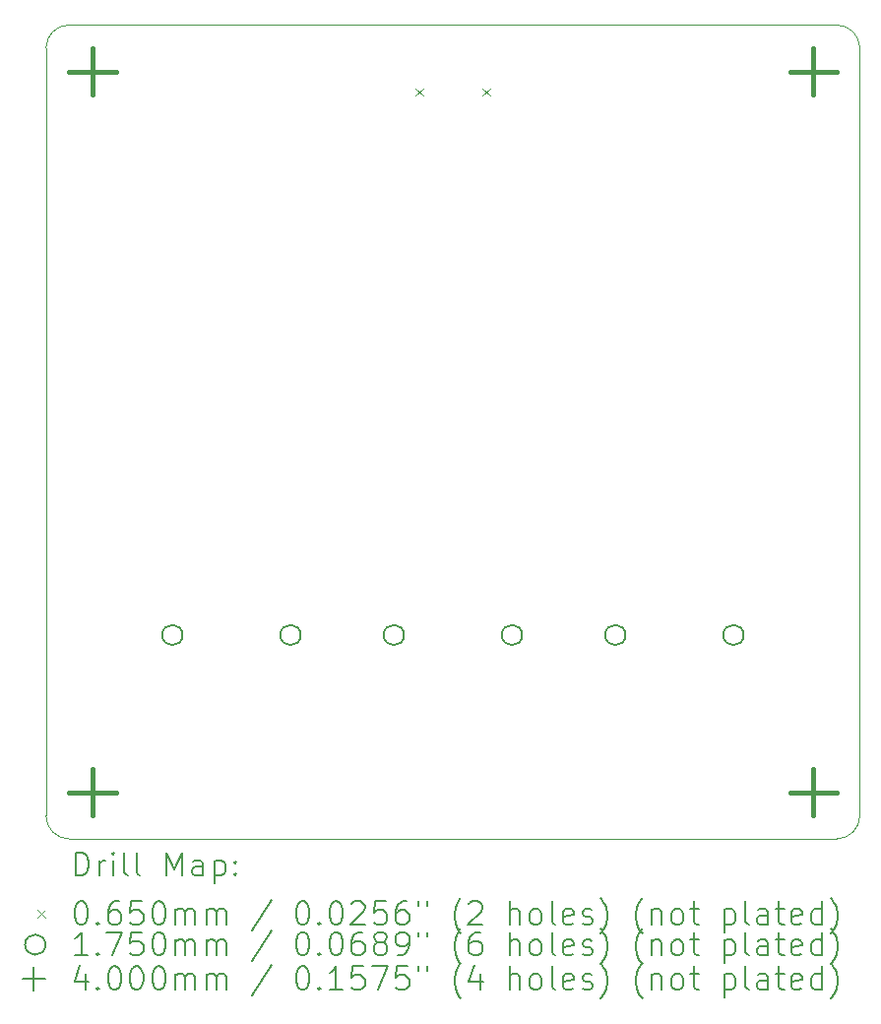
<source format=gbr>
%TF.GenerationSoftware,KiCad,Pcbnew,7.0.9*%
%TF.CreationDate,2023-11-15T15:13:36+00:00*%
%TF.ProjectId,analog,616e616c-6f67-42e6-9b69-6361645f7063,1*%
%TF.SameCoordinates,Original*%
%TF.FileFunction,Drillmap*%
%TF.FilePolarity,Positive*%
%FSLAX45Y45*%
G04 Gerber Fmt 4.5, Leading zero omitted, Abs format (unit mm)*
G04 Created by KiCad (PCBNEW 7.0.9) date 2023-11-15 15:13:36*
%MOMM*%
%LPD*%
G01*
G04 APERTURE LIST*
%ADD10C,0.100000*%
%ADD11C,0.200000*%
%ADD12C,0.175000*%
%ADD13C,0.400000*%
G04 APERTURE END LIST*
D10*
X8380000Y-1580000D02*
X1780000Y-1580000D01*
X8380000Y-8580000D02*
G75*
G03*
X8580000Y-8380000I-10J200010D01*
G01*
X8580000Y-1780000D02*
X8580000Y-8380000D01*
X8380000Y-8580000D02*
X1780000Y-8580000D01*
X1580000Y-8380000D02*
G75*
G03*
X1780000Y-8580000I199996J-4D01*
G01*
X1580000Y-8380000D02*
X1580000Y-1780000D01*
X1780000Y-1580000D02*
G75*
G03*
X1580000Y-1780000I0J-200000D01*
G01*
X8580000Y-1780000D02*
G75*
G03*
X8380000Y-1580000I-200000J0D01*
G01*
D11*
D10*
X4758500Y-2125000D02*
X4823500Y-2190000D01*
X4823500Y-2125000D02*
X4758500Y-2190000D01*
X5336500Y-2125000D02*
X5401500Y-2190000D01*
X5401500Y-2125000D02*
X5336500Y-2190000D01*
D12*
X2754498Y-6826250D02*
G75*
G03*
X2754498Y-6826250I-87500J0D01*
G01*
X3770498Y-6826250D02*
G75*
G03*
X3770498Y-6826250I-87500J0D01*
G01*
X4659500Y-6826250D02*
G75*
G03*
X4659500Y-6826250I-87500J0D01*
G01*
X5675500Y-6826250D02*
G75*
G03*
X5675500Y-6826250I-87500J0D01*
G01*
X6564500Y-6826250D02*
G75*
G03*
X6564500Y-6826250I-87500J0D01*
G01*
X7580500Y-6826250D02*
G75*
G03*
X7580500Y-6826250I-87500J0D01*
G01*
D13*
X1980000Y-1780000D02*
X1980000Y-2180000D01*
X1780000Y-1980000D02*
X2180000Y-1980000D01*
X1980000Y-7980000D02*
X1980000Y-8380000D01*
X1780000Y-8180000D02*
X2180000Y-8180000D01*
X8180000Y-1780000D02*
X8180000Y-2180000D01*
X7980000Y-1980000D02*
X8380000Y-1980000D01*
X8180000Y-7980000D02*
X8180000Y-8380000D01*
X7980000Y-8180000D02*
X8380000Y-8180000D01*
D11*
X1835777Y-8896484D02*
X1835777Y-8696484D01*
X1835777Y-8696484D02*
X1883396Y-8696484D01*
X1883396Y-8696484D02*
X1911967Y-8706008D01*
X1911967Y-8706008D02*
X1931015Y-8725055D01*
X1931015Y-8725055D02*
X1940539Y-8744103D01*
X1940539Y-8744103D02*
X1950062Y-8782198D01*
X1950062Y-8782198D02*
X1950062Y-8810770D01*
X1950062Y-8810770D02*
X1940539Y-8848865D01*
X1940539Y-8848865D02*
X1931015Y-8867912D01*
X1931015Y-8867912D02*
X1911967Y-8886960D01*
X1911967Y-8886960D02*
X1883396Y-8896484D01*
X1883396Y-8896484D02*
X1835777Y-8896484D01*
X2035777Y-8896484D02*
X2035777Y-8763150D01*
X2035777Y-8801246D02*
X2045301Y-8782198D01*
X2045301Y-8782198D02*
X2054824Y-8772674D01*
X2054824Y-8772674D02*
X2073872Y-8763150D01*
X2073872Y-8763150D02*
X2092920Y-8763150D01*
X2159586Y-8896484D02*
X2159586Y-8763150D01*
X2159586Y-8696484D02*
X2150063Y-8706008D01*
X2150063Y-8706008D02*
X2159586Y-8715531D01*
X2159586Y-8715531D02*
X2169110Y-8706008D01*
X2169110Y-8706008D02*
X2159586Y-8696484D01*
X2159586Y-8696484D02*
X2159586Y-8715531D01*
X2283396Y-8896484D02*
X2264348Y-8886960D01*
X2264348Y-8886960D02*
X2254824Y-8867912D01*
X2254824Y-8867912D02*
X2254824Y-8696484D01*
X2388158Y-8896484D02*
X2369110Y-8886960D01*
X2369110Y-8886960D02*
X2359586Y-8867912D01*
X2359586Y-8867912D02*
X2359586Y-8696484D01*
X2616729Y-8896484D02*
X2616729Y-8696484D01*
X2616729Y-8696484D02*
X2683396Y-8839341D01*
X2683396Y-8839341D02*
X2750063Y-8696484D01*
X2750063Y-8696484D02*
X2750063Y-8896484D01*
X2931015Y-8896484D02*
X2931015Y-8791722D01*
X2931015Y-8791722D02*
X2921491Y-8772674D01*
X2921491Y-8772674D02*
X2902443Y-8763150D01*
X2902443Y-8763150D02*
X2864348Y-8763150D01*
X2864348Y-8763150D02*
X2845301Y-8772674D01*
X2931015Y-8886960D02*
X2911967Y-8896484D01*
X2911967Y-8896484D02*
X2864348Y-8896484D01*
X2864348Y-8896484D02*
X2845301Y-8886960D01*
X2845301Y-8886960D02*
X2835777Y-8867912D01*
X2835777Y-8867912D02*
X2835777Y-8848865D01*
X2835777Y-8848865D02*
X2845301Y-8829817D01*
X2845301Y-8829817D02*
X2864348Y-8820293D01*
X2864348Y-8820293D02*
X2911967Y-8820293D01*
X2911967Y-8820293D02*
X2931015Y-8810770D01*
X3026253Y-8763150D02*
X3026253Y-8963150D01*
X3026253Y-8772674D02*
X3045301Y-8763150D01*
X3045301Y-8763150D02*
X3083396Y-8763150D01*
X3083396Y-8763150D02*
X3102443Y-8772674D01*
X3102443Y-8772674D02*
X3111967Y-8782198D01*
X3111967Y-8782198D02*
X3121491Y-8801246D01*
X3121491Y-8801246D02*
X3121491Y-8858389D01*
X3121491Y-8858389D02*
X3111967Y-8877436D01*
X3111967Y-8877436D02*
X3102443Y-8886960D01*
X3102443Y-8886960D02*
X3083396Y-8896484D01*
X3083396Y-8896484D02*
X3045301Y-8896484D01*
X3045301Y-8896484D02*
X3026253Y-8886960D01*
X3207205Y-8877436D02*
X3216729Y-8886960D01*
X3216729Y-8886960D02*
X3207205Y-8896484D01*
X3207205Y-8896484D02*
X3197682Y-8886960D01*
X3197682Y-8886960D02*
X3207205Y-8877436D01*
X3207205Y-8877436D02*
X3207205Y-8896484D01*
X3207205Y-8772674D02*
X3216729Y-8782198D01*
X3216729Y-8782198D02*
X3207205Y-8791722D01*
X3207205Y-8791722D02*
X3197682Y-8782198D01*
X3197682Y-8782198D02*
X3207205Y-8772674D01*
X3207205Y-8772674D02*
X3207205Y-8791722D01*
D10*
X1510000Y-9192500D02*
X1575000Y-9257500D01*
X1575000Y-9192500D02*
X1510000Y-9257500D01*
D11*
X1873872Y-9116484D02*
X1892920Y-9116484D01*
X1892920Y-9116484D02*
X1911967Y-9126008D01*
X1911967Y-9126008D02*
X1921491Y-9135531D01*
X1921491Y-9135531D02*
X1931015Y-9154579D01*
X1931015Y-9154579D02*
X1940539Y-9192674D01*
X1940539Y-9192674D02*
X1940539Y-9240293D01*
X1940539Y-9240293D02*
X1931015Y-9278389D01*
X1931015Y-9278389D02*
X1921491Y-9297436D01*
X1921491Y-9297436D02*
X1911967Y-9306960D01*
X1911967Y-9306960D02*
X1892920Y-9316484D01*
X1892920Y-9316484D02*
X1873872Y-9316484D01*
X1873872Y-9316484D02*
X1854824Y-9306960D01*
X1854824Y-9306960D02*
X1845301Y-9297436D01*
X1845301Y-9297436D02*
X1835777Y-9278389D01*
X1835777Y-9278389D02*
X1826253Y-9240293D01*
X1826253Y-9240293D02*
X1826253Y-9192674D01*
X1826253Y-9192674D02*
X1835777Y-9154579D01*
X1835777Y-9154579D02*
X1845301Y-9135531D01*
X1845301Y-9135531D02*
X1854824Y-9126008D01*
X1854824Y-9126008D02*
X1873872Y-9116484D01*
X2026253Y-9297436D02*
X2035777Y-9306960D01*
X2035777Y-9306960D02*
X2026253Y-9316484D01*
X2026253Y-9316484D02*
X2016729Y-9306960D01*
X2016729Y-9306960D02*
X2026253Y-9297436D01*
X2026253Y-9297436D02*
X2026253Y-9316484D01*
X2207205Y-9116484D02*
X2169110Y-9116484D01*
X2169110Y-9116484D02*
X2150063Y-9126008D01*
X2150063Y-9126008D02*
X2140539Y-9135531D01*
X2140539Y-9135531D02*
X2121491Y-9164103D01*
X2121491Y-9164103D02*
X2111967Y-9202198D01*
X2111967Y-9202198D02*
X2111967Y-9278389D01*
X2111967Y-9278389D02*
X2121491Y-9297436D01*
X2121491Y-9297436D02*
X2131015Y-9306960D01*
X2131015Y-9306960D02*
X2150063Y-9316484D01*
X2150063Y-9316484D02*
X2188158Y-9316484D01*
X2188158Y-9316484D02*
X2207205Y-9306960D01*
X2207205Y-9306960D02*
X2216729Y-9297436D01*
X2216729Y-9297436D02*
X2226253Y-9278389D01*
X2226253Y-9278389D02*
X2226253Y-9230770D01*
X2226253Y-9230770D02*
X2216729Y-9211722D01*
X2216729Y-9211722D02*
X2207205Y-9202198D01*
X2207205Y-9202198D02*
X2188158Y-9192674D01*
X2188158Y-9192674D02*
X2150063Y-9192674D01*
X2150063Y-9192674D02*
X2131015Y-9202198D01*
X2131015Y-9202198D02*
X2121491Y-9211722D01*
X2121491Y-9211722D02*
X2111967Y-9230770D01*
X2407205Y-9116484D02*
X2311967Y-9116484D01*
X2311967Y-9116484D02*
X2302444Y-9211722D01*
X2302444Y-9211722D02*
X2311967Y-9202198D01*
X2311967Y-9202198D02*
X2331015Y-9192674D01*
X2331015Y-9192674D02*
X2378634Y-9192674D01*
X2378634Y-9192674D02*
X2397682Y-9202198D01*
X2397682Y-9202198D02*
X2407205Y-9211722D01*
X2407205Y-9211722D02*
X2416729Y-9230770D01*
X2416729Y-9230770D02*
X2416729Y-9278389D01*
X2416729Y-9278389D02*
X2407205Y-9297436D01*
X2407205Y-9297436D02*
X2397682Y-9306960D01*
X2397682Y-9306960D02*
X2378634Y-9316484D01*
X2378634Y-9316484D02*
X2331015Y-9316484D01*
X2331015Y-9316484D02*
X2311967Y-9306960D01*
X2311967Y-9306960D02*
X2302444Y-9297436D01*
X2540539Y-9116484D02*
X2559586Y-9116484D01*
X2559586Y-9116484D02*
X2578634Y-9126008D01*
X2578634Y-9126008D02*
X2588158Y-9135531D01*
X2588158Y-9135531D02*
X2597682Y-9154579D01*
X2597682Y-9154579D02*
X2607205Y-9192674D01*
X2607205Y-9192674D02*
X2607205Y-9240293D01*
X2607205Y-9240293D02*
X2597682Y-9278389D01*
X2597682Y-9278389D02*
X2588158Y-9297436D01*
X2588158Y-9297436D02*
X2578634Y-9306960D01*
X2578634Y-9306960D02*
X2559586Y-9316484D01*
X2559586Y-9316484D02*
X2540539Y-9316484D01*
X2540539Y-9316484D02*
X2521491Y-9306960D01*
X2521491Y-9306960D02*
X2511967Y-9297436D01*
X2511967Y-9297436D02*
X2502444Y-9278389D01*
X2502444Y-9278389D02*
X2492920Y-9240293D01*
X2492920Y-9240293D02*
X2492920Y-9192674D01*
X2492920Y-9192674D02*
X2502444Y-9154579D01*
X2502444Y-9154579D02*
X2511967Y-9135531D01*
X2511967Y-9135531D02*
X2521491Y-9126008D01*
X2521491Y-9126008D02*
X2540539Y-9116484D01*
X2692920Y-9316484D02*
X2692920Y-9183150D01*
X2692920Y-9202198D02*
X2702444Y-9192674D01*
X2702444Y-9192674D02*
X2721491Y-9183150D01*
X2721491Y-9183150D02*
X2750063Y-9183150D01*
X2750063Y-9183150D02*
X2769110Y-9192674D01*
X2769110Y-9192674D02*
X2778634Y-9211722D01*
X2778634Y-9211722D02*
X2778634Y-9316484D01*
X2778634Y-9211722D02*
X2788158Y-9192674D01*
X2788158Y-9192674D02*
X2807205Y-9183150D01*
X2807205Y-9183150D02*
X2835777Y-9183150D01*
X2835777Y-9183150D02*
X2854824Y-9192674D01*
X2854824Y-9192674D02*
X2864348Y-9211722D01*
X2864348Y-9211722D02*
X2864348Y-9316484D01*
X2959586Y-9316484D02*
X2959586Y-9183150D01*
X2959586Y-9202198D02*
X2969110Y-9192674D01*
X2969110Y-9192674D02*
X2988158Y-9183150D01*
X2988158Y-9183150D02*
X3016729Y-9183150D01*
X3016729Y-9183150D02*
X3035777Y-9192674D01*
X3035777Y-9192674D02*
X3045301Y-9211722D01*
X3045301Y-9211722D02*
X3045301Y-9316484D01*
X3045301Y-9211722D02*
X3054824Y-9192674D01*
X3054824Y-9192674D02*
X3073872Y-9183150D01*
X3073872Y-9183150D02*
X3102443Y-9183150D01*
X3102443Y-9183150D02*
X3121491Y-9192674D01*
X3121491Y-9192674D02*
X3131015Y-9211722D01*
X3131015Y-9211722D02*
X3131015Y-9316484D01*
X3521491Y-9106960D02*
X3350063Y-9364103D01*
X3778634Y-9116484D02*
X3797682Y-9116484D01*
X3797682Y-9116484D02*
X3816729Y-9126008D01*
X3816729Y-9126008D02*
X3826253Y-9135531D01*
X3826253Y-9135531D02*
X3835777Y-9154579D01*
X3835777Y-9154579D02*
X3845301Y-9192674D01*
X3845301Y-9192674D02*
X3845301Y-9240293D01*
X3845301Y-9240293D02*
X3835777Y-9278389D01*
X3835777Y-9278389D02*
X3826253Y-9297436D01*
X3826253Y-9297436D02*
X3816729Y-9306960D01*
X3816729Y-9306960D02*
X3797682Y-9316484D01*
X3797682Y-9316484D02*
X3778634Y-9316484D01*
X3778634Y-9316484D02*
X3759586Y-9306960D01*
X3759586Y-9306960D02*
X3750063Y-9297436D01*
X3750063Y-9297436D02*
X3740539Y-9278389D01*
X3740539Y-9278389D02*
X3731015Y-9240293D01*
X3731015Y-9240293D02*
X3731015Y-9192674D01*
X3731015Y-9192674D02*
X3740539Y-9154579D01*
X3740539Y-9154579D02*
X3750063Y-9135531D01*
X3750063Y-9135531D02*
X3759586Y-9126008D01*
X3759586Y-9126008D02*
X3778634Y-9116484D01*
X3931015Y-9297436D02*
X3940539Y-9306960D01*
X3940539Y-9306960D02*
X3931015Y-9316484D01*
X3931015Y-9316484D02*
X3921491Y-9306960D01*
X3921491Y-9306960D02*
X3931015Y-9297436D01*
X3931015Y-9297436D02*
X3931015Y-9316484D01*
X4064348Y-9116484D02*
X4083396Y-9116484D01*
X4083396Y-9116484D02*
X4102444Y-9126008D01*
X4102444Y-9126008D02*
X4111967Y-9135531D01*
X4111967Y-9135531D02*
X4121491Y-9154579D01*
X4121491Y-9154579D02*
X4131015Y-9192674D01*
X4131015Y-9192674D02*
X4131015Y-9240293D01*
X4131015Y-9240293D02*
X4121491Y-9278389D01*
X4121491Y-9278389D02*
X4111967Y-9297436D01*
X4111967Y-9297436D02*
X4102444Y-9306960D01*
X4102444Y-9306960D02*
X4083396Y-9316484D01*
X4083396Y-9316484D02*
X4064348Y-9316484D01*
X4064348Y-9316484D02*
X4045301Y-9306960D01*
X4045301Y-9306960D02*
X4035777Y-9297436D01*
X4035777Y-9297436D02*
X4026253Y-9278389D01*
X4026253Y-9278389D02*
X4016729Y-9240293D01*
X4016729Y-9240293D02*
X4016729Y-9192674D01*
X4016729Y-9192674D02*
X4026253Y-9154579D01*
X4026253Y-9154579D02*
X4035777Y-9135531D01*
X4035777Y-9135531D02*
X4045301Y-9126008D01*
X4045301Y-9126008D02*
X4064348Y-9116484D01*
X4207206Y-9135531D02*
X4216729Y-9126008D01*
X4216729Y-9126008D02*
X4235777Y-9116484D01*
X4235777Y-9116484D02*
X4283396Y-9116484D01*
X4283396Y-9116484D02*
X4302444Y-9126008D01*
X4302444Y-9126008D02*
X4311968Y-9135531D01*
X4311968Y-9135531D02*
X4321491Y-9154579D01*
X4321491Y-9154579D02*
X4321491Y-9173627D01*
X4321491Y-9173627D02*
X4311968Y-9202198D01*
X4311968Y-9202198D02*
X4197682Y-9316484D01*
X4197682Y-9316484D02*
X4321491Y-9316484D01*
X4502444Y-9116484D02*
X4407206Y-9116484D01*
X4407206Y-9116484D02*
X4397682Y-9211722D01*
X4397682Y-9211722D02*
X4407206Y-9202198D01*
X4407206Y-9202198D02*
X4426253Y-9192674D01*
X4426253Y-9192674D02*
X4473872Y-9192674D01*
X4473872Y-9192674D02*
X4492920Y-9202198D01*
X4492920Y-9202198D02*
X4502444Y-9211722D01*
X4502444Y-9211722D02*
X4511968Y-9230770D01*
X4511968Y-9230770D02*
X4511968Y-9278389D01*
X4511968Y-9278389D02*
X4502444Y-9297436D01*
X4502444Y-9297436D02*
X4492920Y-9306960D01*
X4492920Y-9306960D02*
X4473872Y-9316484D01*
X4473872Y-9316484D02*
X4426253Y-9316484D01*
X4426253Y-9316484D02*
X4407206Y-9306960D01*
X4407206Y-9306960D02*
X4397682Y-9297436D01*
X4683396Y-9116484D02*
X4645301Y-9116484D01*
X4645301Y-9116484D02*
X4626253Y-9126008D01*
X4626253Y-9126008D02*
X4616729Y-9135531D01*
X4616729Y-9135531D02*
X4597682Y-9164103D01*
X4597682Y-9164103D02*
X4588158Y-9202198D01*
X4588158Y-9202198D02*
X4588158Y-9278389D01*
X4588158Y-9278389D02*
X4597682Y-9297436D01*
X4597682Y-9297436D02*
X4607206Y-9306960D01*
X4607206Y-9306960D02*
X4626253Y-9316484D01*
X4626253Y-9316484D02*
X4664349Y-9316484D01*
X4664349Y-9316484D02*
X4683396Y-9306960D01*
X4683396Y-9306960D02*
X4692920Y-9297436D01*
X4692920Y-9297436D02*
X4702444Y-9278389D01*
X4702444Y-9278389D02*
X4702444Y-9230770D01*
X4702444Y-9230770D02*
X4692920Y-9211722D01*
X4692920Y-9211722D02*
X4683396Y-9202198D01*
X4683396Y-9202198D02*
X4664349Y-9192674D01*
X4664349Y-9192674D02*
X4626253Y-9192674D01*
X4626253Y-9192674D02*
X4607206Y-9202198D01*
X4607206Y-9202198D02*
X4597682Y-9211722D01*
X4597682Y-9211722D02*
X4588158Y-9230770D01*
X4778634Y-9116484D02*
X4778634Y-9154579D01*
X4854825Y-9116484D02*
X4854825Y-9154579D01*
X5150063Y-9392674D02*
X5140539Y-9383150D01*
X5140539Y-9383150D02*
X5121491Y-9354579D01*
X5121491Y-9354579D02*
X5111968Y-9335531D01*
X5111968Y-9335531D02*
X5102444Y-9306960D01*
X5102444Y-9306960D02*
X5092920Y-9259341D01*
X5092920Y-9259341D02*
X5092920Y-9221246D01*
X5092920Y-9221246D02*
X5102444Y-9173627D01*
X5102444Y-9173627D02*
X5111968Y-9145055D01*
X5111968Y-9145055D02*
X5121491Y-9126008D01*
X5121491Y-9126008D02*
X5140539Y-9097436D01*
X5140539Y-9097436D02*
X5150063Y-9087912D01*
X5216730Y-9135531D02*
X5226253Y-9126008D01*
X5226253Y-9126008D02*
X5245301Y-9116484D01*
X5245301Y-9116484D02*
X5292920Y-9116484D01*
X5292920Y-9116484D02*
X5311968Y-9126008D01*
X5311968Y-9126008D02*
X5321491Y-9135531D01*
X5321491Y-9135531D02*
X5331015Y-9154579D01*
X5331015Y-9154579D02*
X5331015Y-9173627D01*
X5331015Y-9173627D02*
X5321491Y-9202198D01*
X5321491Y-9202198D02*
X5207206Y-9316484D01*
X5207206Y-9316484D02*
X5331015Y-9316484D01*
X5569111Y-9316484D02*
X5569111Y-9116484D01*
X5654825Y-9316484D02*
X5654825Y-9211722D01*
X5654825Y-9211722D02*
X5645301Y-9192674D01*
X5645301Y-9192674D02*
X5626253Y-9183150D01*
X5626253Y-9183150D02*
X5597682Y-9183150D01*
X5597682Y-9183150D02*
X5578634Y-9192674D01*
X5578634Y-9192674D02*
X5569111Y-9202198D01*
X5778634Y-9316484D02*
X5759587Y-9306960D01*
X5759587Y-9306960D02*
X5750063Y-9297436D01*
X5750063Y-9297436D02*
X5740539Y-9278389D01*
X5740539Y-9278389D02*
X5740539Y-9221246D01*
X5740539Y-9221246D02*
X5750063Y-9202198D01*
X5750063Y-9202198D02*
X5759587Y-9192674D01*
X5759587Y-9192674D02*
X5778634Y-9183150D01*
X5778634Y-9183150D02*
X5807206Y-9183150D01*
X5807206Y-9183150D02*
X5826253Y-9192674D01*
X5826253Y-9192674D02*
X5835777Y-9202198D01*
X5835777Y-9202198D02*
X5845301Y-9221246D01*
X5845301Y-9221246D02*
X5845301Y-9278389D01*
X5845301Y-9278389D02*
X5835777Y-9297436D01*
X5835777Y-9297436D02*
X5826253Y-9306960D01*
X5826253Y-9306960D02*
X5807206Y-9316484D01*
X5807206Y-9316484D02*
X5778634Y-9316484D01*
X5959587Y-9316484D02*
X5940539Y-9306960D01*
X5940539Y-9306960D02*
X5931015Y-9287912D01*
X5931015Y-9287912D02*
X5931015Y-9116484D01*
X6111968Y-9306960D02*
X6092920Y-9316484D01*
X6092920Y-9316484D02*
X6054825Y-9316484D01*
X6054825Y-9316484D02*
X6035777Y-9306960D01*
X6035777Y-9306960D02*
X6026253Y-9287912D01*
X6026253Y-9287912D02*
X6026253Y-9211722D01*
X6026253Y-9211722D02*
X6035777Y-9192674D01*
X6035777Y-9192674D02*
X6054825Y-9183150D01*
X6054825Y-9183150D02*
X6092920Y-9183150D01*
X6092920Y-9183150D02*
X6111968Y-9192674D01*
X6111968Y-9192674D02*
X6121491Y-9211722D01*
X6121491Y-9211722D02*
X6121491Y-9230770D01*
X6121491Y-9230770D02*
X6026253Y-9249817D01*
X6197682Y-9306960D02*
X6216730Y-9316484D01*
X6216730Y-9316484D02*
X6254825Y-9316484D01*
X6254825Y-9316484D02*
X6273872Y-9306960D01*
X6273872Y-9306960D02*
X6283396Y-9287912D01*
X6283396Y-9287912D02*
X6283396Y-9278389D01*
X6283396Y-9278389D02*
X6273872Y-9259341D01*
X6273872Y-9259341D02*
X6254825Y-9249817D01*
X6254825Y-9249817D02*
X6226253Y-9249817D01*
X6226253Y-9249817D02*
X6207206Y-9240293D01*
X6207206Y-9240293D02*
X6197682Y-9221246D01*
X6197682Y-9221246D02*
X6197682Y-9211722D01*
X6197682Y-9211722D02*
X6207206Y-9192674D01*
X6207206Y-9192674D02*
X6226253Y-9183150D01*
X6226253Y-9183150D02*
X6254825Y-9183150D01*
X6254825Y-9183150D02*
X6273872Y-9192674D01*
X6350063Y-9392674D02*
X6359587Y-9383150D01*
X6359587Y-9383150D02*
X6378634Y-9354579D01*
X6378634Y-9354579D02*
X6388158Y-9335531D01*
X6388158Y-9335531D02*
X6397682Y-9306960D01*
X6397682Y-9306960D02*
X6407206Y-9259341D01*
X6407206Y-9259341D02*
X6407206Y-9221246D01*
X6407206Y-9221246D02*
X6397682Y-9173627D01*
X6397682Y-9173627D02*
X6388158Y-9145055D01*
X6388158Y-9145055D02*
X6378634Y-9126008D01*
X6378634Y-9126008D02*
X6359587Y-9097436D01*
X6359587Y-9097436D02*
X6350063Y-9087912D01*
X6711968Y-9392674D02*
X6702444Y-9383150D01*
X6702444Y-9383150D02*
X6683396Y-9354579D01*
X6683396Y-9354579D02*
X6673872Y-9335531D01*
X6673872Y-9335531D02*
X6664349Y-9306960D01*
X6664349Y-9306960D02*
X6654825Y-9259341D01*
X6654825Y-9259341D02*
X6654825Y-9221246D01*
X6654825Y-9221246D02*
X6664349Y-9173627D01*
X6664349Y-9173627D02*
X6673872Y-9145055D01*
X6673872Y-9145055D02*
X6683396Y-9126008D01*
X6683396Y-9126008D02*
X6702444Y-9097436D01*
X6702444Y-9097436D02*
X6711968Y-9087912D01*
X6788158Y-9183150D02*
X6788158Y-9316484D01*
X6788158Y-9202198D02*
X6797682Y-9192674D01*
X6797682Y-9192674D02*
X6816730Y-9183150D01*
X6816730Y-9183150D02*
X6845301Y-9183150D01*
X6845301Y-9183150D02*
X6864349Y-9192674D01*
X6864349Y-9192674D02*
X6873872Y-9211722D01*
X6873872Y-9211722D02*
X6873872Y-9316484D01*
X6997682Y-9316484D02*
X6978634Y-9306960D01*
X6978634Y-9306960D02*
X6969111Y-9297436D01*
X6969111Y-9297436D02*
X6959587Y-9278389D01*
X6959587Y-9278389D02*
X6959587Y-9221246D01*
X6959587Y-9221246D02*
X6969111Y-9202198D01*
X6969111Y-9202198D02*
X6978634Y-9192674D01*
X6978634Y-9192674D02*
X6997682Y-9183150D01*
X6997682Y-9183150D02*
X7026253Y-9183150D01*
X7026253Y-9183150D02*
X7045301Y-9192674D01*
X7045301Y-9192674D02*
X7054825Y-9202198D01*
X7054825Y-9202198D02*
X7064349Y-9221246D01*
X7064349Y-9221246D02*
X7064349Y-9278389D01*
X7064349Y-9278389D02*
X7054825Y-9297436D01*
X7054825Y-9297436D02*
X7045301Y-9306960D01*
X7045301Y-9306960D02*
X7026253Y-9316484D01*
X7026253Y-9316484D02*
X6997682Y-9316484D01*
X7121492Y-9183150D02*
X7197682Y-9183150D01*
X7150063Y-9116484D02*
X7150063Y-9287912D01*
X7150063Y-9287912D02*
X7159587Y-9306960D01*
X7159587Y-9306960D02*
X7178634Y-9316484D01*
X7178634Y-9316484D02*
X7197682Y-9316484D01*
X7416730Y-9183150D02*
X7416730Y-9383150D01*
X7416730Y-9192674D02*
X7435777Y-9183150D01*
X7435777Y-9183150D02*
X7473873Y-9183150D01*
X7473873Y-9183150D02*
X7492920Y-9192674D01*
X7492920Y-9192674D02*
X7502444Y-9202198D01*
X7502444Y-9202198D02*
X7511968Y-9221246D01*
X7511968Y-9221246D02*
X7511968Y-9278389D01*
X7511968Y-9278389D02*
X7502444Y-9297436D01*
X7502444Y-9297436D02*
X7492920Y-9306960D01*
X7492920Y-9306960D02*
X7473873Y-9316484D01*
X7473873Y-9316484D02*
X7435777Y-9316484D01*
X7435777Y-9316484D02*
X7416730Y-9306960D01*
X7626253Y-9316484D02*
X7607206Y-9306960D01*
X7607206Y-9306960D02*
X7597682Y-9287912D01*
X7597682Y-9287912D02*
X7597682Y-9116484D01*
X7788158Y-9316484D02*
X7788158Y-9211722D01*
X7788158Y-9211722D02*
X7778634Y-9192674D01*
X7778634Y-9192674D02*
X7759587Y-9183150D01*
X7759587Y-9183150D02*
X7721492Y-9183150D01*
X7721492Y-9183150D02*
X7702444Y-9192674D01*
X7788158Y-9306960D02*
X7769111Y-9316484D01*
X7769111Y-9316484D02*
X7721492Y-9316484D01*
X7721492Y-9316484D02*
X7702444Y-9306960D01*
X7702444Y-9306960D02*
X7692920Y-9287912D01*
X7692920Y-9287912D02*
X7692920Y-9268865D01*
X7692920Y-9268865D02*
X7702444Y-9249817D01*
X7702444Y-9249817D02*
X7721492Y-9240293D01*
X7721492Y-9240293D02*
X7769111Y-9240293D01*
X7769111Y-9240293D02*
X7788158Y-9230770D01*
X7854825Y-9183150D02*
X7931015Y-9183150D01*
X7883396Y-9116484D02*
X7883396Y-9287912D01*
X7883396Y-9287912D02*
X7892920Y-9306960D01*
X7892920Y-9306960D02*
X7911968Y-9316484D01*
X7911968Y-9316484D02*
X7931015Y-9316484D01*
X8073873Y-9306960D02*
X8054825Y-9316484D01*
X8054825Y-9316484D02*
X8016730Y-9316484D01*
X8016730Y-9316484D02*
X7997682Y-9306960D01*
X7997682Y-9306960D02*
X7988158Y-9287912D01*
X7988158Y-9287912D02*
X7988158Y-9211722D01*
X7988158Y-9211722D02*
X7997682Y-9192674D01*
X7997682Y-9192674D02*
X8016730Y-9183150D01*
X8016730Y-9183150D02*
X8054825Y-9183150D01*
X8054825Y-9183150D02*
X8073873Y-9192674D01*
X8073873Y-9192674D02*
X8083396Y-9211722D01*
X8083396Y-9211722D02*
X8083396Y-9230770D01*
X8083396Y-9230770D02*
X7988158Y-9249817D01*
X8254825Y-9316484D02*
X8254825Y-9116484D01*
X8254825Y-9306960D02*
X8235777Y-9316484D01*
X8235777Y-9316484D02*
X8197682Y-9316484D01*
X8197682Y-9316484D02*
X8178634Y-9306960D01*
X8178634Y-9306960D02*
X8169111Y-9297436D01*
X8169111Y-9297436D02*
X8159587Y-9278389D01*
X8159587Y-9278389D02*
X8159587Y-9221246D01*
X8159587Y-9221246D02*
X8169111Y-9202198D01*
X8169111Y-9202198D02*
X8178634Y-9192674D01*
X8178634Y-9192674D02*
X8197682Y-9183150D01*
X8197682Y-9183150D02*
X8235777Y-9183150D01*
X8235777Y-9183150D02*
X8254825Y-9192674D01*
X8331015Y-9392674D02*
X8340539Y-9383150D01*
X8340539Y-9383150D02*
X8359587Y-9354579D01*
X8359587Y-9354579D02*
X8369111Y-9335531D01*
X8369111Y-9335531D02*
X8378634Y-9306960D01*
X8378634Y-9306960D02*
X8388158Y-9259341D01*
X8388158Y-9259341D02*
X8388158Y-9221246D01*
X8388158Y-9221246D02*
X8378634Y-9173627D01*
X8378634Y-9173627D02*
X8369111Y-9145055D01*
X8369111Y-9145055D02*
X8359587Y-9126008D01*
X8359587Y-9126008D02*
X8340539Y-9097436D01*
X8340539Y-9097436D02*
X8331015Y-9087912D01*
D12*
X1575000Y-9489000D02*
G75*
G03*
X1575000Y-9489000I-87500J0D01*
G01*
D11*
X1940539Y-9580484D02*
X1826253Y-9580484D01*
X1883396Y-9580484D02*
X1883396Y-9380484D01*
X1883396Y-9380484D02*
X1864348Y-9409055D01*
X1864348Y-9409055D02*
X1845301Y-9428103D01*
X1845301Y-9428103D02*
X1826253Y-9437627D01*
X2026253Y-9561436D02*
X2035777Y-9570960D01*
X2035777Y-9570960D02*
X2026253Y-9580484D01*
X2026253Y-9580484D02*
X2016729Y-9570960D01*
X2016729Y-9570960D02*
X2026253Y-9561436D01*
X2026253Y-9561436D02*
X2026253Y-9580484D01*
X2102444Y-9380484D02*
X2235777Y-9380484D01*
X2235777Y-9380484D02*
X2150063Y-9580484D01*
X2407205Y-9380484D02*
X2311967Y-9380484D01*
X2311967Y-9380484D02*
X2302444Y-9475722D01*
X2302444Y-9475722D02*
X2311967Y-9466198D01*
X2311967Y-9466198D02*
X2331015Y-9456674D01*
X2331015Y-9456674D02*
X2378634Y-9456674D01*
X2378634Y-9456674D02*
X2397682Y-9466198D01*
X2397682Y-9466198D02*
X2407205Y-9475722D01*
X2407205Y-9475722D02*
X2416729Y-9494770D01*
X2416729Y-9494770D02*
X2416729Y-9542389D01*
X2416729Y-9542389D02*
X2407205Y-9561436D01*
X2407205Y-9561436D02*
X2397682Y-9570960D01*
X2397682Y-9570960D02*
X2378634Y-9580484D01*
X2378634Y-9580484D02*
X2331015Y-9580484D01*
X2331015Y-9580484D02*
X2311967Y-9570960D01*
X2311967Y-9570960D02*
X2302444Y-9561436D01*
X2540539Y-9380484D02*
X2559586Y-9380484D01*
X2559586Y-9380484D02*
X2578634Y-9390008D01*
X2578634Y-9390008D02*
X2588158Y-9399531D01*
X2588158Y-9399531D02*
X2597682Y-9418579D01*
X2597682Y-9418579D02*
X2607205Y-9456674D01*
X2607205Y-9456674D02*
X2607205Y-9504293D01*
X2607205Y-9504293D02*
X2597682Y-9542389D01*
X2597682Y-9542389D02*
X2588158Y-9561436D01*
X2588158Y-9561436D02*
X2578634Y-9570960D01*
X2578634Y-9570960D02*
X2559586Y-9580484D01*
X2559586Y-9580484D02*
X2540539Y-9580484D01*
X2540539Y-9580484D02*
X2521491Y-9570960D01*
X2521491Y-9570960D02*
X2511967Y-9561436D01*
X2511967Y-9561436D02*
X2502444Y-9542389D01*
X2502444Y-9542389D02*
X2492920Y-9504293D01*
X2492920Y-9504293D02*
X2492920Y-9456674D01*
X2492920Y-9456674D02*
X2502444Y-9418579D01*
X2502444Y-9418579D02*
X2511967Y-9399531D01*
X2511967Y-9399531D02*
X2521491Y-9390008D01*
X2521491Y-9390008D02*
X2540539Y-9380484D01*
X2692920Y-9580484D02*
X2692920Y-9447150D01*
X2692920Y-9466198D02*
X2702444Y-9456674D01*
X2702444Y-9456674D02*
X2721491Y-9447150D01*
X2721491Y-9447150D02*
X2750063Y-9447150D01*
X2750063Y-9447150D02*
X2769110Y-9456674D01*
X2769110Y-9456674D02*
X2778634Y-9475722D01*
X2778634Y-9475722D02*
X2778634Y-9580484D01*
X2778634Y-9475722D02*
X2788158Y-9456674D01*
X2788158Y-9456674D02*
X2807205Y-9447150D01*
X2807205Y-9447150D02*
X2835777Y-9447150D01*
X2835777Y-9447150D02*
X2854824Y-9456674D01*
X2854824Y-9456674D02*
X2864348Y-9475722D01*
X2864348Y-9475722D02*
X2864348Y-9580484D01*
X2959586Y-9580484D02*
X2959586Y-9447150D01*
X2959586Y-9466198D02*
X2969110Y-9456674D01*
X2969110Y-9456674D02*
X2988158Y-9447150D01*
X2988158Y-9447150D02*
X3016729Y-9447150D01*
X3016729Y-9447150D02*
X3035777Y-9456674D01*
X3035777Y-9456674D02*
X3045301Y-9475722D01*
X3045301Y-9475722D02*
X3045301Y-9580484D01*
X3045301Y-9475722D02*
X3054824Y-9456674D01*
X3054824Y-9456674D02*
X3073872Y-9447150D01*
X3073872Y-9447150D02*
X3102443Y-9447150D01*
X3102443Y-9447150D02*
X3121491Y-9456674D01*
X3121491Y-9456674D02*
X3131015Y-9475722D01*
X3131015Y-9475722D02*
X3131015Y-9580484D01*
X3521491Y-9370960D02*
X3350063Y-9628103D01*
X3778634Y-9380484D02*
X3797682Y-9380484D01*
X3797682Y-9380484D02*
X3816729Y-9390008D01*
X3816729Y-9390008D02*
X3826253Y-9399531D01*
X3826253Y-9399531D02*
X3835777Y-9418579D01*
X3835777Y-9418579D02*
X3845301Y-9456674D01*
X3845301Y-9456674D02*
X3845301Y-9504293D01*
X3845301Y-9504293D02*
X3835777Y-9542389D01*
X3835777Y-9542389D02*
X3826253Y-9561436D01*
X3826253Y-9561436D02*
X3816729Y-9570960D01*
X3816729Y-9570960D02*
X3797682Y-9580484D01*
X3797682Y-9580484D02*
X3778634Y-9580484D01*
X3778634Y-9580484D02*
X3759586Y-9570960D01*
X3759586Y-9570960D02*
X3750063Y-9561436D01*
X3750063Y-9561436D02*
X3740539Y-9542389D01*
X3740539Y-9542389D02*
X3731015Y-9504293D01*
X3731015Y-9504293D02*
X3731015Y-9456674D01*
X3731015Y-9456674D02*
X3740539Y-9418579D01*
X3740539Y-9418579D02*
X3750063Y-9399531D01*
X3750063Y-9399531D02*
X3759586Y-9390008D01*
X3759586Y-9390008D02*
X3778634Y-9380484D01*
X3931015Y-9561436D02*
X3940539Y-9570960D01*
X3940539Y-9570960D02*
X3931015Y-9580484D01*
X3931015Y-9580484D02*
X3921491Y-9570960D01*
X3921491Y-9570960D02*
X3931015Y-9561436D01*
X3931015Y-9561436D02*
X3931015Y-9580484D01*
X4064348Y-9380484D02*
X4083396Y-9380484D01*
X4083396Y-9380484D02*
X4102444Y-9390008D01*
X4102444Y-9390008D02*
X4111967Y-9399531D01*
X4111967Y-9399531D02*
X4121491Y-9418579D01*
X4121491Y-9418579D02*
X4131015Y-9456674D01*
X4131015Y-9456674D02*
X4131015Y-9504293D01*
X4131015Y-9504293D02*
X4121491Y-9542389D01*
X4121491Y-9542389D02*
X4111967Y-9561436D01*
X4111967Y-9561436D02*
X4102444Y-9570960D01*
X4102444Y-9570960D02*
X4083396Y-9580484D01*
X4083396Y-9580484D02*
X4064348Y-9580484D01*
X4064348Y-9580484D02*
X4045301Y-9570960D01*
X4045301Y-9570960D02*
X4035777Y-9561436D01*
X4035777Y-9561436D02*
X4026253Y-9542389D01*
X4026253Y-9542389D02*
X4016729Y-9504293D01*
X4016729Y-9504293D02*
X4016729Y-9456674D01*
X4016729Y-9456674D02*
X4026253Y-9418579D01*
X4026253Y-9418579D02*
X4035777Y-9399531D01*
X4035777Y-9399531D02*
X4045301Y-9390008D01*
X4045301Y-9390008D02*
X4064348Y-9380484D01*
X4302444Y-9380484D02*
X4264348Y-9380484D01*
X4264348Y-9380484D02*
X4245301Y-9390008D01*
X4245301Y-9390008D02*
X4235777Y-9399531D01*
X4235777Y-9399531D02*
X4216729Y-9428103D01*
X4216729Y-9428103D02*
X4207206Y-9466198D01*
X4207206Y-9466198D02*
X4207206Y-9542389D01*
X4207206Y-9542389D02*
X4216729Y-9561436D01*
X4216729Y-9561436D02*
X4226253Y-9570960D01*
X4226253Y-9570960D02*
X4245301Y-9580484D01*
X4245301Y-9580484D02*
X4283396Y-9580484D01*
X4283396Y-9580484D02*
X4302444Y-9570960D01*
X4302444Y-9570960D02*
X4311968Y-9561436D01*
X4311968Y-9561436D02*
X4321491Y-9542389D01*
X4321491Y-9542389D02*
X4321491Y-9494770D01*
X4321491Y-9494770D02*
X4311968Y-9475722D01*
X4311968Y-9475722D02*
X4302444Y-9466198D01*
X4302444Y-9466198D02*
X4283396Y-9456674D01*
X4283396Y-9456674D02*
X4245301Y-9456674D01*
X4245301Y-9456674D02*
X4226253Y-9466198D01*
X4226253Y-9466198D02*
X4216729Y-9475722D01*
X4216729Y-9475722D02*
X4207206Y-9494770D01*
X4435777Y-9466198D02*
X4416729Y-9456674D01*
X4416729Y-9456674D02*
X4407206Y-9447150D01*
X4407206Y-9447150D02*
X4397682Y-9428103D01*
X4397682Y-9428103D02*
X4397682Y-9418579D01*
X4397682Y-9418579D02*
X4407206Y-9399531D01*
X4407206Y-9399531D02*
X4416729Y-9390008D01*
X4416729Y-9390008D02*
X4435777Y-9380484D01*
X4435777Y-9380484D02*
X4473872Y-9380484D01*
X4473872Y-9380484D02*
X4492920Y-9390008D01*
X4492920Y-9390008D02*
X4502444Y-9399531D01*
X4502444Y-9399531D02*
X4511968Y-9418579D01*
X4511968Y-9418579D02*
X4511968Y-9428103D01*
X4511968Y-9428103D02*
X4502444Y-9447150D01*
X4502444Y-9447150D02*
X4492920Y-9456674D01*
X4492920Y-9456674D02*
X4473872Y-9466198D01*
X4473872Y-9466198D02*
X4435777Y-9466198D01*
X4435777Y-9466198D02*
X4416729Y-9475722D01*
X4416729Y-9475722D02*
X4407206Y-9485246D01*
X4407206Y-9485246D02*
X4397682Y-9504293D01*
X4397682Y-9504293D02*
X4397682Y-9542389D01*
X4397682Y-9542389D02*
X4407206Y-9561436D01*
X4407206Y-9561436D02*
X4416729Y-9570960D01*
X4416729Y-9570960D02*
X4435777Y-9580484D01*
X4435777Y-9580484D02*
X4473872Y-9580484D01*
X4473872Y-9580484D02*
X4492920Y-9570960D01*
X4492920Y-9570960D02*
X4502444Y-9561436D01*
X4502444Y-9561436D02*
X4511968Y-9542389D01*
X4511968Y-9542389D02*
X4511968Y-9504293D01*
X4511968Y-9504293D02*
X4502444Y-9485246D01*
X4502444Y-9485246D02*
X4492920Y-9475722D01*
X4492920Y-9475722D02*
X4473872Y-9466198D01*
X4607206Y-9580484D02*
X4645301Y-9580484D01*
X4645301Y-9580484D02*
X4664349Y-9570960D01*
X4664349Y-9570960D02*
X4673872Y-9561436D01*
X4673872Y-9561436D02*
X4692920Y-9532865D01*
X4692920Y-9532865D02*
X4702444Y-9494770D01*
X4702444Y-9494770D02*
X4702444Y-9418579D01*
X4702444Y-9418579D02*
X4692920Y-9399531D01*
X4692920Y-9399531D02*
X4683396Y-9390008D01*
X4683396Y-9390008D02*
X4664349Y-9380484D01*
X4664349Y-9380484D02*
X4626253Y-9380484D01*
X4626253Y-9380484D02*
X4607206Y-9390008D01*
X4607206Y-9390008D02*
X4597682Y-9399531D01*
X4597682Y-9399531D02*
X4588158Y-9418579D01*
X4588158Y-9418579D02*
X4588158Y-9466198D01*
X4588158Y-9466198D02*
X4597682Y-9485246D01*
X4597682Y-9485246D02*
X4607206Y-9494770D01*
X4607206Y-9494770D02*
X4626253Y-9504293D01*
X4626253Y-9504293D02*
X4664349Y-9504293D01*
X4664349Y-9504293D02*
X4683396Y-9494770D01*
X4683396Y-9494770D02*
X4692920Y-9485246D01*
X4692920Y-9485246D02*
X4702444Y-9466198D01*
X4778634Y-9380484D02*
X4778634Y-9418579D01*
X4854825Y-9380484D02*
X4854825Y-9418579D01*
X5150063Y-9656674D02*
X5140539Y-9647150D01*
X5140539Y-9647150D02*
X5121491Y-9618579D01*
X5121491Y-9618579D02*
X5111968Y-9599531D01*
X5111968Y-9599531D02*
X5102444Y-9570960D01*
X5102444Y-9570960D02*
X5092920Y-9523341D01*
X5092920Y-9523341D02*
X5092920Y-9485246D01*
X5092920Y-9485246D02*
X5102444Y-9437627D01*
X5102444Y-9437627D02*
X5111968Y-9409055D01*
X5111968Y-9409055D02*
X5121491Y-9390008D01*
X5121491Y-9390008D02*
X5140539Y-9361436D01*
X5140539Y-9361436D02*
X5150063Y-9351912D01*
X5311968Y-9380484D02*
X5273872Y-9380484D01*
X5273872Y-9380484D02*
X5254825Y-9390008D01*
X5254825Y-9390008D02*
X5245301Y-9399531D01*
X5245301Y-9399531D02*
X5226253Y-9428103D01*
X5226253Y-9428103D02*
X5216730Y-9466198D01*
X5216730Y-9466198D02*
X5216730Y-9542389D01*
X5216730Y-9542389D02*
X5226253Y-9561436D01*
X5226253Y-9561436D02*
X5235777Y-9570960D01*
X5235777Y-9570960D02*
X5254825Y-9580484D01*
X5254825Y-9580484D02*
X5292920Y-9580484D01*
X5292920Y-9580484D02*
X5311968Y-9570960D01*
X5311968Y-9570960D02*
X5321491Y-9561436D01*
X5321491Y-9561436D02*
X5331015Y-9542389D01*
X5331015Y-9542389D02*
X5331015Y-9494770D01*
X5331015Y-9494770D02*
X5321491Y-9475722D01*
X5321491Y-9475722D02*
X5311968Y-9466198D01*
X5311968Y-9466198D02*
X5292920Y-9456674D01*
X5292920Y-9456674D02*
X5254825Y-9456674D01*
X5254825Y-9456674D02*
X5235777Y-9466198D01*
X5235777Y-9466198D02*
X5226253Y-9475722D01*
X5226253Y-9475722D02*
X5216730Y-9494770D01*
X5569111Y-9580484D02*
X5569111Y-9380484D01*
X5654825Y-9580484D02*
X5654825Y-9475722D01*
X5654825Y-9475722D02*
X5645301Y-9456674D01*
X5645301Y-9456674D02*
X5626253Y-9447150D01*
X5626253Y-9447150D02*
X5597682Y-9447150D01*
X5597682Y-9447150D02*
X5578634Y-9456674D01*
X5578634Y-9456674D02*
X5569111Y-9466198D01*
X5778634Y-9580484D02*
X5759587Y-9570960D01*
X5759587Y-9570960D02*
X5750063Y-9561436D01*
X5750063Y-9561436D02*
X5740539Y-9542389D01*
X5740539Y-9542389D02*
X5740539Y-9485246D01*
X5740539Y-9485246D02*
X5750063Y-9466198D01*
X5750063Y-9466198D02*
X5759587Y-9456674D01*
X5759587Y-9456674D02*
X5778634Y-9447150D01*
X5778634Y-9447150D02*
X5807206Y-9447150D01*
X5807206Y-9447150D02*
X5826253Y-9456674D01*
X5826253Y-9456674D02*
X5835777Y-9466198D01*
X5835777Y-9466198D02*
X5845301Y-9485246D01*
X5845301Y-9485246D02*
X5845301Y-9542389D01*
X5845301Y-9542389D02*
X5835777Y-9561436D01*
X5835777Y-9561436D02*
X5826253Y-9570960D01*
X5826253Y-9570960D02*
X5807206Y-9580484D01*
X5807206Y-9580484D02*
X5778634Y-9580484D01*
X5959587Y-9580484D02*
X5940539Y-9570960D01*
X5940539Y-9570960D02*
X5931015Y-9551912D01*
X5931015Y-9551912D02*
X5931015Y-9380484D01*
X6111968Y-9570960D02*
X6092920Y-9580484D01*
X6092920Y-9580484D02*
X6054825Y-9580484D01*
X6054825Y-9580484D02*
X6035777Y-9570960D01*
X6035777Y-9570960D02*
X6026253Y-9551912D01*
X6026253Y-9551912D02*
X6026253Y-9475722D01*
X6026253Y-9475722D02*
X6035777Y-9456674D01*
X6035777Y-9456674D02*
X6054825Y-9447150D01*
X6054825Y-9447150D02*
X6092920Y-9447150D01*
X6092920Y-9447150D02*
X6111968Y-9456674D01*
X6111968Y-9456674D02*
X6121491Y-9475722D01*
X6121491Y-9475722D02*
X6121491Y-9494770D01*
X6121491Y-9494770D02*
X6026253Y-9513817D01*
X6197682Y-9570960D02*
X6216730Y-9580484D01*
X6216730Y-9580484D02*
X6254825Y-9580484D01*
X6254825Y-9580484D02*
X6273872Y-9570960D01*
X6273872Y-9570960D02*
X6283396Y-9551912D01*
X6283396Y-9551912D02*
X6283396Y-9542389D01*
X6283396Y-9542389D02*
X6273872Y-9523341D01*
X6273872Y-9523341D02*
X6254825Y-9513817D01*
X6254825Y-9513817D02*
X6226253Y-9513817D01*
X6226253Y-9513817D02*
X6207206Y-9504293D01*
X6207206Y-9504293D02*
X6197682Y-9485246D01*
X6197682Y-9485246D02*
X6197682Y-9475722D01*
X6197682Y-9475722D02*
X6207206Y-9456674D01*
X6207206Y-9456674D02*
X6226253Y-9447150D01*
X6226253Y-9447150D02*
X6254825Y-9447150D01*
X6254825Y-9447150D02*
X6273872Y-9456674D01*
X6350063Y-9656674D02*
X6359587Y-9647150D01*
X6359587Y-9647150D02*
X6378634Y-9618579D01*
X6378634Y-9618579D02*
X6388158Y-9599531D01*
X6388158Y-9599531D02*
X6397682Y-9570960D01*
X6397682Y-9570960D02*
X6407206Y-9523341D01*
X6407206Y-9523341D02*
X6407206Y-9485246D01*
X6407206Y-9485246D02*
X6397682Y-9437627D01*
X6397682Y-9437627D02*
X6388158Y-9409055D01*
X6388158Y-9409055D02*
X6378634Y-9390008D01*
X6378634Y-9390008D02*
X6359587Y-9361436D01*
X6359587Y-9361436D02*
X6350063Y-9351912D01*
X6711968Y-9656674D02*
X6702444Y-9647150D01*
X6702444Y-9647150D02*
X6683396Y-9618579D01*
X6683396Y-9618579D02*
X6673872Y-9599531D01*
X6673872Y-9599531D02*
X6664349Y-9570960D01*
X6664349Y-9570960D02*
X6654825Y-9523341D01*
X6654825Y-9523341D02*
X6654825Y-9485246D01*
X6654825Y-9485246D02*
X6664349Y-9437627D01*
X6664349Y-9437627D02*
X6673872Y-9409055D01*
X6673872Y-9409055D02*
X6683396Y-9390008D01*
X6683396Y-9390008D02*
X6702444Y-9361436D01*
X6702444Y-9361436D02*
X6711968Y-9351912D01*
X6788158Y-9447150D02*
X6788158Y-9580484D01*
X6788158Y-9466198D02*
X6797682Y-9456674D01*
X6797682Y-9456674D02*
X6816730Y-9447150D01*
X6816730Y-9447150D02*
X6845301Y-9447150D01*
X6845301Y-9447150D02*
X6864349Y-9456674D01*
X6864349Y-9456674D02*
X6873872Y-9475722D01*
X6873872Y-9475722D02*
X6873872Y-9580484D01*
X6997682Y-9580484D02*
X6978634Y-9570960D01*
X6978634Y-9570960D02*
X6969111Y-9561436D01*
X6969111Y-9561436D02*
X6959587Y-9542389D01*
X6959587Y-9542389D02*
X6959587Y-9485246D01*
X6959587Y-9485246D02*
X6969111Y-9466198D01*
X6969111Y-9466198D02*
X6978634Y-9456674D01*
X6978634Y-9456674D02*
X6997682Y-9447150D01*
X6997682Y-9447150D02*
X7026253Y-9447150D01*
X7026253Y-9447150D02*
X7045301Y-9456674D01*
X7045301Y-9456674D02*
X7054825Y-9466198D01*
X7054825Y-9466198D02*
X7064349Y-9485246D01*
X7064349Y-9485246D02*
X7064349Y-9542389D01*
X7064349Y-9542389D02*
X7054825Y-9561436D01*
X7054825Y-9561436D02*
X7045301Y-9570960D01*
X7045301Y-9570960D02*
X7026253Y-9580484D01*
X7026253Y-9580484D02*
X6997682Y-9580484D01*
X7121492Y-9447150D02*
X7197682Y-9447150D01*
X7150063Y-9380484D02*
X7150063Y-9551912D01*
X7150063Y-9551912D02*
X7159587Y-9570960D01*
X7159587Y-9570960D02*
X7178634Y-9580484D01*
X7178634Y-9580484D02*
X7197682Y-9580484D01*
X7416730Y-9447150D02*
X7416730Y-9647150D01*
X7416730Y-9456674D02*
X7435777Y-9447150D01*
X7435777Y-9447150D02*
X7473873Y-9447150D01*
X7473873Y-9447150D02*
X7492920Y-9456674D01*
X7492920Y-9456674D02*
X7502444Y-9466198D01*
X7502444Y-9466198D02*
X7511968Y-9485246D01*
X7511968Y-9485246D02*
X7511968Y-9542389D01*
X7511968Y-9542389D02*
X7502444Y-9561436D01*
X7502444Y-9561436D02*
X7492920Y-9570960D01*
X7492920Y-9570960D02*
X7473873Y-9580484D01*
X7473873Y-9580484D02*
X7435777Y-9580484D01*
X7435777Y-9580484D02*
X7416730Y-9570960D01*
X7626253Y-9580484D02*
X7607206Y-9570960D01*
X7607206Y-9570960D02*
X7597682Y-9551912D01*
X7597682Y-9551912D02*
X7597682Y-9380484D01*
X7788158Y-9580484D02*
X7788158Y-9475722D01*
X7788158Y-9475722D02*
X7778634Y-9456674D01*
X7778634Y-9456674D02*
X7759587Y-9447150D01*
X7759587Y-9447150D02*
X7721492Y-9447150D01*
X7721492Y-9447150D02*
X7702444Y-9456674D01*
X7788158Y-9570960D02*
X7769111Y-9580484D01*
X7769111Y-9580484D02*
X7721492Y-9580484D01*
X7721492Y-9580484D02*
X7702444Y-9570960D01*
X7702444Y-9570960D02*
X7692920Y-9551912D01*
X7692920Y-9551912D02*
X7692920Y-9532865D01*
X7692920Y-9532865D02*
X7702444Y-9513817D01*
X7702444Y-9513817D02*
X7721492Y-9504293D01*
X7721492Y-9504293D02*
X7769111Y-9504293D01*
X7769111Y-9504293D02*
X7788158Y-9494770D01*
X7854825Y-9447150D02*
X7931015Y-9447150D01*
X7883396Y-9380484D02*
X7883396Y-9551912D01*
X7883396Y-9551912D02*
X7892920Y-9570960D01*
X7892920Y-9570960D02*
X7911968Y-9580484D01*
X7911968Y-9580484D02*
X7931015Y-9580484D01*
X8073873Y-9570960D02*
X8054825Y-9580484D01*
X8054825Y-9580484D02*
X8016730Y-9580484D01*
X8016730Y-9580484D02*
X7997682Y-9570960D01*
X7997682Y-9570960D02*
X7988158Y-9551912D01*
X7988158Y-9551912D02*
X7988158Y-9475722D01*
X7988158Y-9475722D02*
X7997682Y-9456674D01*
X7997682Y-9456674D02*
X8016730Y-9447150D01*
X8016730Y-9447150D02*
X8054825Y-9447150D01*
X8054825Y-9447150D02*
X8073873Y-9456674D01*
X8073873Y-9456674D02*
X8083396Y-9475722D01*
X8083396Y-9475722D02*
X8083396Y-9494770D01*
X8083396Y-9494770D02*
X7988158Y-9513817D01*
X8254825Y-9580484D02*
X8254825Y-9380484D01*
X8254825Y-9570960D02*
X8235777Y-9580484D01*
X8235777Y-9580484D02*
X8197682Y-9580484D01*
X8197682Y-9580484D02*
X8178634Y-9570960D01*
X8178634Y-9570960D02*
X8169111Y-9561436D01*
X8169111Y-9561436D02*
X8159587Y-9542389D01*
X8159587Y-9542389D02*
X8159587Y-9485246D01*
X8159587Y-9485246D02*
X8169111Y-9466198D01*
X8169111Y-9466198D02*
X8178634Y-9456674D01*
X8178634Y-9456674D02*
X8197682Y-9447150D01*
X8197682Y-9447150D02*
X8235777Y-9447150D01*
X8235777Y-9447150D02*
X8254825Y-9456674D01*
X8331015Y-9656674D02*
X8340539Y-9647150D01*
X8340539Y-9647150D02*
X8359587Y-9618579D01*
X8359587Y-9618579D02*
X8369111Y-9599531D01*
X8369111Y-9599531D02*
X8378634Y-9570960D01*
X8378634Y-9570960D02*
X8388158Y-9523341D01*
X8388158Y-9523341D02*
X8388158Y-9485246D01*
X8388158Y-9485246D02*
X8378634Y-9437627D01*
X8378634Y-9437627D02*
X8369111Y-9409055D01*
X8369111Y-9409055D02*
X8359587Y-9390008D01*
X8359587Y-9390008D02*
X8340539Y-9361436D01*
X8340539Y-9361436D02*
X8331015Y-9351912D01*
X1475000Y-9684000D02*
X1475000Y-9884000D01*
X1375000Y-9784000D02*
X1575000Y-9784000D01*
X1921491Y-9742150D02*
X1921491Y-9875484D01*
X1873872Y-9665960D02*
X1826253Y-9808817D01*
X1826253Y-9808817D02*
X1950062Y-9808817D01*
X2026253Y-9856436D02*
X2035777Y-9865960D01*
X2035777Y-9865960D02*
X2026253Y-9875484D01*
X2026253Y-9875484D02*
X2016729Y-9865960D01*
X2016729Y-9865960D02*
X2026253Y-9856436D01*
X2026253Y-9856436D02*
X2026253Y-9875484D01*
X2159586Y-9675484D02*
X2178634Y-9675484D01*
X2178634Y-9675484D02*
X2197682Y-9685008D01*
X2197682Y-9685008D02*
X2207205Y-9694531D01*
X2207205Y-9694531D02*
X2216729Y-9713579D01*
X2216729Y-9713579D02*
X2226253Y-9751674D01*
X2226253Y-9751674D02*
X2226253Y-9799293D01*
X2226253Y-9799293D02*
X2216729Y-9837389D01*
X2216729Y-9837389D02*
X2207205Y-9856436D01*
X2207205Y-9856436D02*
X2197682Y-9865960D01*
X2197682Y-9865960D02*
X2178634Y-9875484D01*
X2178634Y-9875484D02*
X2159586Y-9875484D01*
X2159586Y-9875484D02*
X2140539Y-9865960D01*
X2140539Y-9865960D02*
X2131015Y-9856436D01*
X2131015Y-9856436D02*
X2121491Y-9837389D01*
X2121491Y-9837389D02*
X2111967Y-9799293D01*
X2111967Y-9799293D02*
X2111967Y-9751674D01*
X2111967Y-9751674D02*
X2121491Y-9713579D01*
X2121491Y-9713579D02*
X2131015Y-9694531D01*
X2131015Y-9694531D02*
X2140539Y-9685008D01*
X2140539Y-9685008D02*
X2159586Y-9675484D01*
X2350063Y-9675484D02*
X2369110Y-9675484D01*
X2369110Y-9675484D02*
X2388158Y-9685008D01*
X2388158Y-9685008D02*
X2397682Y-9694531D01*
X2397682Y-9694531D02*
X2407205Y-9713579D01*
X2407205Y-9713579D02*
X2416729Y-9751674D01*
X2416729Y-9751674D02*
X2416729Y-9799293D01*
X2416729Y-9799293D02*
X2407205Y-9837389D01*
X2407205Y-9837389D02*
X2397682Y-9856436D01*
X2397682Y-9856436D02*
X2388158Y-9865960D01*
X2388158Y-9865960D02*
X2369110Y-9875484D01*
X2369110Y-9875484D02*
X2350063Y-9875484D01*
X2350063Y-9875484D02*
X2331015Y-9865960D01*
X2331015Y-9865960D02*
X2321491Y-9856436D01*
X2321491Y-9856436D02*
X2311967Y-9837389D01*
X2311967Y-9837389D02*
X2302444Y-9799293D01*
X2302444Y-9799293D02*
X2302444Y-9751674D01*
X2302444Y-9751674D02*
X2311967Y-9713579D01*
X2311967Y-9713579D02*
X2321491Y-9694531D01*
X2321491Y-9694531D02*
X2331015Y-9685008D01*
X2331015Y-9685008D02*
X2350063Y-9675484D01*
X2540539Y-9675484D02*
X2559586Y-9675484D01*
X2559586Y-9675484D02*
X2578634Y-9685008D01*
X2578634Y-9685008D02*
X2588158Y-9694531D01*
X2588158Y-9694531D02*
X2597682Y-9713579D01*
X2597682Y-9713579D02*
X2607205Y-9751674D01*
X2607205Y-9751674D02*
X2607205Y-9799293D01*
X2607205Y-9799293D02*
X2597682Y-9837389D01*
X2597682Y-9837389D02*
X2588158Y-9856436D01*
X2588158Y-9856436D02*
X2578634Y-9865960D01*
X2578634Y-9865960D02*
X2559586Y-9875484D01*
X2559586Y-9875484D02*
X2540539Y-9875484D01*
X2540539Y-9875484D02*
X2521491Y-9865960D01*
X2521491Y-9865960D02*
X2511967Y-9856436D01*
X2511967Y-9856436D02*
X2502444Y-9837389D01*
X2502444Y-9837389D02*
X2492920Y-9799293D01*
X2492920Y-9799293D02*
X2492920Y-9751674D01*
X2492920Y-9751674D02*
X2502444Y-9713579D01*
X2502444Y-9713579D02*
X2511967Y-9694531D01*
X2511967Y-9694531D02*
X2521491Y-9685008D01*
X2521491Y-9685008D02*
X2540539Y-9675484D01*
X2692920Y-9875484D02*
X2692920Y-9742150D01*
X2692920Y-9761198D02*
X2702444Y-9751674D01*
X2702444Y-9751674D02*
X2721491Y-9742150D01*
X2721491Y-9742150D02*
X2750063Y-9742150D01*
X2750063Y-9742150D02*
X2769110Y-9751674D01*
X2769110Y-9751674D02*
X2778634Y-9770722D01*
X2778634Y-9770722D02*
X2778634Y-9875484D01*
X2778634Y-9770722D02*
X2788158Y-9751674D01*
X2788158Y-9751674D02*
X2807205Y-9742150D01*
X2807205Y-9742150D02*
X2835777Y-9742150D01*
X2835777Y-9742150D02*
X2854824Y-9751674D01*
X2854824Y-9751674D02*
X2864348Y-9770722D01*
X2864348Y-9770722D02*
X2864348Y-9875484D01*
X2959586Y-9875484D02*
X2959586Y-9742150D01*
X2959586Y-9761198D02*
X2969110Y-9751674D01*
X2969110Y-9751674D02*
X2988158Y-9742150D01*
X2988158Y-9742150D02*
X3016729Y-9742150D01*
X3016729Y-9742150D02*
X3035777Y-9751674D01*
X3035777Y-9751674D02*
X3045301Y-9770722D01*
X3045301Y-9770722D02*
X3045301Y-9875484D01*
X3045301Y-9770722D02*
X3054824Y-9751674D01*
X3054824Y-9751674D02*
X3073872Y-9742150D01*
X3073872Y-9742150D02*
X3102443Y-9742150D01*
X3102443Y-9742150D02*
X3121491Y-9751674D01*
X3121491Y-9751674D02*
X3131015Y-9770722D01*
X3131015Y-9770722D02*
X3131015Y-9875484D01*
X3521491Y-9665960D02*
X3350063Y-9923103D01*
X3778634Y-9675484D02*
X3797682Y-9675484D01*
X3797682Y-9675484D02*
X3816729Y-9685008D01*
X3816729Y-9685008D02*
X3826253Y-9694531D01*
X3826253Y-9694531D02*
X3835777Y-9713579D01*
X3835777Y-9713579D02*
X3845301Y-9751674D01*
X3845301Y-9751674D02*
X3845301Y-9799293D01*
X3845301Y-9799293D02*
X3835777Y-9837389D01*
X3835777Y-9837389D02*
X3826253Y-9856436D01*
X3826253Y-9856436D02*
X3816729Y-9865960D01*
X3816729Y-9865960D02*
X3797682Y-9875484D01*
X3797682Y-9875484D02*
X3778634Y-9875484D01*
X3778634Y-9875484D02*
X3759586Y-9865960D01*
X3759586Y-9865960D02*
X3750063Y-9856436D01*
X3750063Y-9856436D02*
X3740539Y-9837389D01*
X3740539Y-9837389D02*
X3731015Y-9799293D01*
X3731015Y-9799293D02*
X3731015Y-9751674D01*
X3731015Y-9751674D02*
X3740539Y-9713579D01*
X3740539Y-9713579D02*
X3750063Y-9694531D01*
X3750063Y-9694531D02*
X3759586Y-9685008D01*
X3759586Y-9685008D02*
X3778634Y-9675484D01*
X3931015Y-9856436D02*
X3940539Y-9865960D01*
X3940539Y-9865960D02*
X3931015Y-9875484D01*
X3931015Y-9875484D02*
X3921491Y-9865960D01*
X3921491Y-9865960D02*
X3931015Y-9856436D01*
X3931015Y-9856436D02*
X3931015Y-9875484D01*
X4131015Y-9875484D02*
X4016729Y-9875484D01*
X4073872Y-9875484D02*
X4073872Y-9675484D01*
X4073872Y-9675484D02*
X4054825Y-9704055D01*
X4054825Y-9704055D02*
X4035777Y-9723103D01*
X4035777Y-9723103D02*
X4016729Y-9732627D01*
X4311968Y-9675484D02*
X4216729Y-9675484D01*
X4216729Y-9675484D02*
X4207206Y-9770722D01*
X4207206Y-9770722D02*
X4216729Y-9761198D01*
X4216729Y-9761198D02*
X4235777Y-9751674D01*
X4235777Y-9751674D02*
X4283396Y-9751674D01*
X4283396Y-9751674D02*
X4302444Y-9761198D01*
X4302444Y-9761198D02*
X4311968Y-9770722D01*
X4311968Y-9770722D02*
X4321491Y-9789770D01*
X4321491Y-9789770D02*
X4321491Y-9837389D01*
X4321491Y-9837389D02*
X4311968Y-9856436D01*
X4311968Y-9856436D02*
X4302444Y-9865960D01*
X4302444Y-9865960D02*
X4283396Y-9875484D01*
X4283396Y-9875484D02*
X4235777Y-9875484D01*
X4235777Y-9875484D02*
X4216729Y-9865960D01*
X4216729Y-9865960D02*
X4207206Y-9856436D01*
X4388158Y-9675484D02*
X4521491Y-9675484D01*
X4521491Y-9675484D02*
X4435777Y-9875484D01*
X4692920Y-9675484D02*
X4597682Y-9675484D01*
X4597682Y-9675484D02*
X4588158Y-9770722D01*
X4588158Y-9770722D02*
X4597682Y-9761198D01*
X4597682Y-9761198D02*
X4616729Y-9751674D01*
X4616729Y-9751674D02*
X4664349Y-9751674D01*
X4664349Y-9751674D02*
X4683396Y-9761198D01*
X4683396Y-9761198D02*
X4692920Y-9770722D01*
X4692920Y-9770722D02*
X4702444Y-9789770D01*
X4702444Y-9789770D02*
X4702444Y-9837389D01*
X4702444Y-9837389D02*
X4692920Y-9856436D01*
X4692920Y-9856436D02*
X4683396Y-9865960D01*
X4683396Y-9865960D02*
X4664349Y-9875484D01*
X4664349Y-9875484D02*
X4616729Y-9875484D01*
X4616729Y-9875484D02*
X4597682Y-9865960D01*
X4597682Y-9865960D02*
X4588158Y-9856436D01*
X4778634Y-9675484D02*
X4778634Y-9713579D01*
X4854825Y-9675484D02*
X4854825Y-9713579D01*
X5150063Y-9951674D02*
X5140539Y-9942150D01*
X5140539Y-9942150D02*
X5121491Y-9913579D01*
X5121491Y-9913579D02*
X5111968Y-9894531D01*
X5111968Y-9894531D02*
X5102444Y-9865960D01*
X5102444Y-9865960D02*
X5092920Y-9818341D01*
X5092920Y-9818341D02*
X5092920Y-9780246D01*
X5092920Y-9780246D02*
X5102444Y-9732627D01*
X5102444Y-9732627D02*
X5111968Y-9704055D01*
X5111968Y-9704055D02*
X5121491Y-9685008D01*
X5121491Y-9685008D02*
X5140539Y-9656436D01*
X5140539Y-9656436D02*
X5150063Y-9646912D01*
X5311968Y-9742150D02*
X5311968Y-9875484D01*
X5264349Y-9665960D02*
X5216730Y-9808817D01*
X5216730Y-9808817D02*
X5340539Y-9808817D01*
X5569111Y-9875484D02*
X5569111Y-9675484D01*
X5654825Y-9875484D02*
X5654825Y-9770722D01*
X5654825Y-9770722D02*
X5645301Y-9751674D01*
X5645301Y-9751674D02*
X5626253Y-9742150D01*
X5626253Y-9742150D02*
X5597682Y-9742150D01*
X5597682Y-9742150D02*
X5578634Y-9751674D01*
X5578634Y-9751674D02*
X5569111Y-9761198D01*
X5778634Y-9875484D02*
X5759587Y-9865960D01*
X5759587Y-9865960D02*
X5750063Y-9856436D01*
X5750063Y-9856436D02*
X5740539Y-9837389D01*
X5740539Y-9837389D02*
X5740539Y-9780246D01*
X5740539Y-9780246D02*
X5750063Y-9761198D01*
X5750063Y-9761198D02*
X5759587Y-9751674D01*
X5759587Y-9751674D02*
X5778634Y-9742150D01*
X5778634Y-9742150D02*
X5807206Y-9742150D01*
X5807206Y-9742150D02*
X5826253Y-9751674D01*
X5826253Y-9751674D02*
X5835777Y-9761198D01*
X5835777Y-9761198D02*
X5845301Y-9780246D01*
X5845301Y-9780246D02*
X5845301Y-9837389D01*
X5845301Y-9837389D02*
X5835777Y-9856436D01*
X5835777Y-9856436D02*
X5826253Y-9865960D01*
X5826253Y-9865960D02*
X5807206Y-9875484D01*
X5807206Y-9875484D02*
X5778634Y-9875484D01*
X5959587Y-9875484D02*
X5940539Y-9865960D01*
X5940539Y-9865960D02*
X5931015Y-9846912D01*
X5931015Y-9846912D02*
X5931015Y-9675484D01*
X6111968Y-9865960D02*
X6092920Y-9875484D01*
X6092920Y-9875484D02*
X6054825Y-9875484D01*
X6054825Y-9875484D02*
X6035777Y-9865960D01*
X6035777Y-9865960D02*
X6026253Y-9846912D01*
X6026253Y-9846912D02*
X6026253Y-9770722D01*
X6026253Y-9770722D02*
X6035777Y-9751674D01*
X6035777Y-9751674D02*
X6054825Y-9742150D01*
X6054825Y-9742150D02*
X6092920Y-9742150D01*
X6092920Y-9742150D02*
X6111968Y-9751674D01*
X6111968Y-9751674D02*
X6121491Y-9770722D01*
X6121491Y-9770722D02*
X6121491Y-9789770D01*
X6121491Y-9789770D02*
X6026253Y-9808817D01*
X6197682Y-9865960D02*
X6216730Y-9875484D01*
X6216730Y-9875484D02*
X6254825Y-9875484D01*
X6254825Y-9875484D02*
X6273872Y-9865960D01*
X6273872Y-9865960D02*
X6283396Y-9846912D01*
X6283396Y-9846912D02*
X6283396Y-9837389D01*
X6283396Y-9837389D02*
X6273872Y-9818341D01*
X6273872Y-9818341D02*
X6254825Y-9808817D01*
X6254825Y-9808817D02*
X6226253Y-9808817D01*
X6226253Y-9808817D02*
X6207206Y-9799293D01*
X6207206Y-9799293D02*
X6197682Y-9780246D01*
X6197682Y-9780246D02*
X6197682Y-9770722D01*
X6197682Y-9770722D02*
X6207206Y-9751674D01*
X6207206Y-9751674D02*
X6226253Y-9742150D01*
X6226253Y-9742150D02*
X6254825Y-9742150D01*
X6254825Y-9742150D02*
X6273872Y-9751674D01*
X6350063Y-9951674D02*
X6359587Y-9942150D01*
X6359587Y-9942150D02*
X6378634Y-9913579D01*
X6378634Y-9913579D02*
X6388158Y-9894531D01*
X6388158Y-9894531D02*
X6397682Y-9865960D01*
X6397682Y-9865960D02*
X6407206Y-9818341D01*
X6407206Y-9818341D02*
X6407206Y-9780246D01*
X6407206Y-9780246D02*
X6397682Y-9732627D01*
X6397682Y-9732627D02*
X6388158Y-9704055D01*
X6388158Y-9704055D02*
X6378634Y-9685008D01*
X6378634Y-9685008D02*
X6359587Y-9656436D01*
X6359587Y-9656436D02*
X6350063Y-9646912D01*
X6711968Y-9951674D02*
X6702444Y-9942150D01*
X6702444Y-9942150D02*
X6683396Y-9913579D01*
X6683396Y-9913579D02*
X6673872Y-9894531D01*
X6673872Y-9894531D02*
X6664349Y-9865960D01*
X6664349Y-9865960D02*
X6654825Y-9818341D01*
X6654825Y-9818341D02*
X6654825Y-9780246D01*
X6654825Y-9780246D02*
X6664349Y-9732627D01*
X6664349Y-9732627D02*
X6673872Y-9704055D01*
X6673872Y-9704055D02*
X6683396Y-9685008D01*
X6683396Y-9685008D02*
X6702444Y-9656436D01*
X6702444Y-9656436D02*
X6711968Y-9646912D01*
X6788158Y-9742150D02*
X6788158Y-9875484D01*
X6788158Y-9761198D02*
X6797682Y-9751674D01*
X6797682Y-9751674D02*
X6816730Y-9742150D01*
X6816730Y-9742150D02*
X6845301Y-9742150D01*
X6845301Y-9742150D02*
X6864349Y-9751674D01*
X6864349Y-9751674D02*
X6873872Y-9770722D01*
X6873872Y-9770722D02*
X6873872Y-9875484D01*
X6997682Y-9875484D02*
X6978634Y-9865960D01*
X6978634Y-9865960D02*
X6969111Y-9856436D01*
X6969111Y-9856436D02*
X6959587Y-9837389D01*
X6959587Y-9837389D02*
X6959587Y-9780246D01*
X6959587Y-9780246D02*
X6969111Y-9761198D01*
X6969111Y-9761198D02*
X6978634Y-9751674D01*
X6978634Y-9751674D02*
X6997682Y-9742150D01*
X6997682Y-9742150D02*
X7026253Y-9742150D01*
X7026253Y-9742150D02*
X7045301Y-9751674D01*
X7045301Y-9751674D02*
X7054825Y-9761198D01*
X7054825Y-9761198D02*
X7064349Y-9780246D01*
X7064349Y-9780246D02*
X7064349Y-9837389D01*
X7064349Y-9837389D02*
X7054825Y-9856436D01*
X7054825Y-9856436D02*
X7045301Y-9865960D01*
X7045301Y-9865960D02*
X7026253Y-9875484D01*
X7026253Y-9875484D02*
X6997682Y-9875484D01*
X7121492Y-9742150D02*
X7197682Y-9742150D01*
X7150063Y-9675484D02*
X7150063Y-9846912D01*
X7150063Y-9846912D02*
X7159587Y-9865960D01*
X7159587Y-9865960D02*
X7178634Y-9875484D01*
X7178634Y-9875484D02*
X7197682Y-9875484D01*
X7416730Y-9742150D02*
X7416730Y-9942150D01*
X7416730Y-9751674D02*
X7435777Y-9742150D01*
X7435777Y-9742150D02*
X7473873Y-9742150D01*
X7473873Y-9742150D02*
X7492920Y-9751674D01*
X7492920Y-9751674D02*
X7502444Y-9761198D01*
X7502444Y-9761198D02*
X7511968Y-9780246D01*
X7511968Y-9780246D02*
X7511968Y-9837389D01*
X7511968Y-9837389D02*
X7502444Y-9856436D01*
X7502444Y-9856436D02*
X7492920Y-9865960D01*
X7492920Y-9865960D02*
X7473873Y-9875484D01*
X7473873Y-9875484D02*
X7435777Y-9875484D01*
X7435777Y-9875484D02*
X7416730Y-9865960D01*
X7626253Y-9875484D02*
X7607206Y-9865960D01*
X7607206Y-9865960D02*
X7597682Y-9846912D01*
X7597682Y-9846912D02*
X7597682Y-9675484D01*
X7788158Y-9875484D02*
X7788158Y-9770722D01*
X7788158Y-9770722D02*
X7778634Y-9751674D01*
X7778634Y-9751674D02*
X7759587Y-9742150D01*
X7759587Y-9742150D02*
X7721492Y-9742150D01*
X7721492Y-9742150D02*
X7702444Y-9751674D01*
X7788158Y-9865960D02*
X7769111Y-9875484D01*
X7769111Y-9875484D02*
X7721492Y-9875484D01*
X7721492Y-9875484D02*
X7702444Y-9865960D01*
X7702444Y-9865960D02*
X7692920Y-9846912D01*
X7692920Y-9846912D02*
X7692920Y-9827865D01*
X7692920Y-9827865D02*
X7702444Y-9808817D01*
X7702444Y-9808817D02*
X7721492Y-9799293D01*
X7721492Y-9799293D02*
X7769111Y-9799293D01*
X7769111Y-9799293D02*
X7788158Y-9789770D01*
X7854825Y-9742150D02*
X7931015Y-9742150D01*
X7883396Y-9675484D02*
X7883396Y-9846912D01*
X7883396Y-9846912D02*
X7892920Y-9865960D01*
X7892920Y-9865960D02*
X7911968Y-9875484D01*
X7911968Y-9875484D02*
X7931015Y-9875484D01*
X8073873Y-9865960D02*
X8054825Y-9875484D01*
X8054825Y-9875484D02*
X8016730Y-9875484D01*
X8016730Y-9875484D02*
X7997682Y-9865960D01*
X7997682Y-9865960D02*
X7988158Y-9846912D01*
X7988158Y-9846912D02*
X7988158Y-9770722D01*
X7988158Y-9770722D02*
X7997682Y-9751674D01*
X7997682Y-9751674D02*
X8016730Y-9742150D01*
X8016730Y-9742150D02*
X8054825Y-9742150D01*
X8054825Y-9742150D02*
X8073873Y-9751674D01*
X8073873Y-9751674D02*
X8083396Y-9770722D01*
X8083396Y-9770722D02*
X8083396Y-9789770D01*
X8083396Y-9789770D02*
X7988158Y-9808817D01*
X8254825Y-9875484D02*
X8254825Y-9675484D01*
X8254825Y-9865960D02*
X8235777Y-9875484D01*
X8235777Y-9875484D02*
X8197682Y-9875484D01*
X8197682Y-9875484D02*
X8178634Y-9865960D01*
X8178634Y-9865960D02*
X8169111Y-9856436D01*
X8169111Y-9856436D02*
X8159587Y-9837389D01*
X8159587Y-9837389D02*
X8159587Y-9780246D01*
X8159587Y-9780246D02*
X8169111Y-9761198D01*
X8169111Y-9761198D02*
X8178634Y-9751674D01*
X8178634Y-9751674D02*
X8197682Y-9742150D01*
X8197682Y-9742150D02*
X8235777Y-9742150D01*
X8235777Y-9742150D02*
X8254825Y-9751674D01*
X8331015Y-9951674D02*
X8340539Y-9942150D01*
X8340539Y-9942150D02*
X8359587Y-9913579D01*
X8359587Y-9913579D02*
X8369111Y-9894531D01*
X8369111Y-9894531D02*
X8378634Y-9865960D01*
X8378634Y-9865960D02*
X8388158Y-9818341D01*
X8388158Y-9818341D02*
X8388158Y-9780246D01*
X8388158Y-9780246D02*
X8378634Y-9732627D01*
X8378634Y-9732627D02*
X8369111Y-9704055D01*
X8369111Y-9704055D02*
X8359587Y-9685008D01*
X8359587Y-9685008D02*
X8340539Y-9656436D01*
X8340539Y-9656436D02*
X8331015Y-9646912D01*
M02*

</source>
